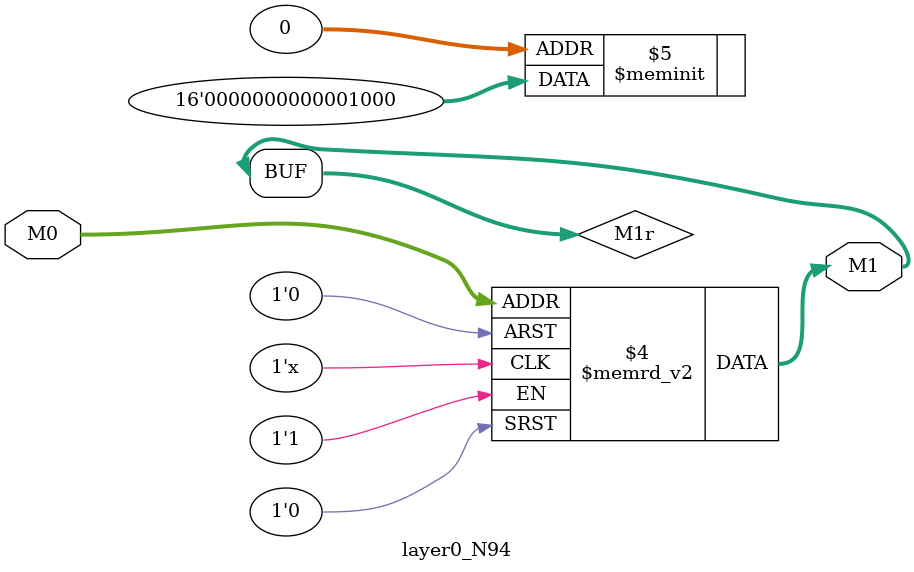
<source format=v>
module layer0_N94 ( input [2:0] M0, output [1:0] M1 );

	(*rom_style = "distributed" *) reg [1:0] M1r;
	assign M1 = M1r;
	always @ (M0) begin
		case (M0)
			3'b000: M1r = 2'b00;
			3'b100: M1r = 2'b00;
			3'b010: M1r = 2'b00;
			3'b110: M1r = 2'b00;
			3'b001: M1r = 2'b10;
			3'b101: M1r = 2'b00;
			3'b011: M1r = 2'b00;
			3'b111: M1r = 2'b00;

		endcase
	end
endmodule

</source>
